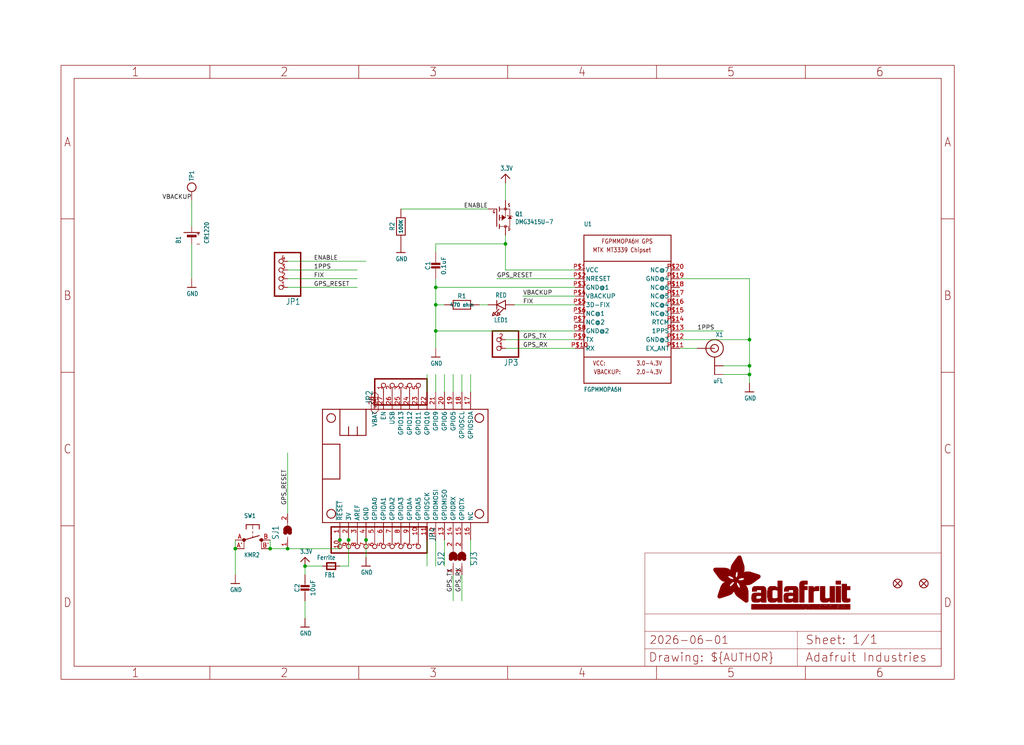
<source format=kicad_sch>
(kicad_sch (version 20230121) (generator eeschema)
  (paper "User" 298.45 217.322)
  (lib_symbols
    (symbol "working-eagle-import:3.3V" (power)
      (property "Value" "3.3V" (at -1.524 1.016 0))
      (symbol "3.3V_1_0"
        (pin power_in line (at 0 -2.54 90) (length 2.54) (name "3.3V") (number "1"))
      )
    )
    (symbol "working-eagle-import:ANTENNA_U.FL"
      (property "Reference" "X" (at -2.54 3.302 0))
      (symbol "ANTENNA_U.FL_1_0"
        (pin passive line (at -2.54 -5.08 0) (length 2.54) (name "GND@0") (number "1"))
        (pin passive line (at -2.54 -7.62 0) (length 2.54) (name "GND@1") (number "2"))
        (pin passive line (at 5.08 0 180) (length 5.08) (name "SIGNAL") (number "3"))
      )
    )
    (symbol "working-eagle-import:BATTERYCR1220_2"
      (property "Reference" "B" (at -2.54 3.175 0))
      (symbol "BATTERYCR1220_2_1_0"
        (text "+" (at 1.27 -1.143 900) (effects (font (size 1.27 1.0795)) (justify right top)))
        (text "-" (at -1.778 -1.143 900) (effects (font (size 1.27 1.0795)) (justify right top)))
        (pin passive line (at 2.54 0 180) (length 0) (name "+") (number "+"))
        (pin passive line (at -2.54 0 0) (length 0) (name "-") (number "-"))
      )
    )
    (symbol "working-eagle-import:CAP_CERAMIC0805-NOOUTLINE"
      (property "Reference" "C" (at -2.29 1.25 90))
      (symbol "CAP_CERAMIC0805-NOOUTLINE_1_0"
        (pin passive line (at 0 5.08 270) (length 2.54) (name "1") (number "1"))
        (pin passive line (at 0 -2.54 90) (length 2.54) (name "2") (number "2"))
      )
    )
    (symbol "working-eagle-import:FEATHERWING"
      (symbol "FEATHERWING_1_0"
        (pin input line (at 5.08 -5.08 90) (length 5.08) (name "~{RESET}") (number "1"))
        (pin bidirectional line (at 27.94 -5.08 90) (length 5.08) (name "GPIOA5") (number "10"))
        (pin bidirectional line (at 30.48 -5.08 90) (length 5.08) (name "GPIOSCK") (number "11"))
        (pin bidirectional line (at 33.02 -5.08 90) (length 5.08) (name "GPIOMOSI") (number "12"))
        (pin bidirectional line (at 35.56 -5.08 90) (length 5.08) (name "GPIOMISO") (number "13"))
        (pin bidirectional line (at 38.1 -5.08 90) (length 5.08) (name "GPIORX") (number "14"))
        (pin bidirectional line (at 40.64 -5.08 90) (length 5.08) (name "GPIOTX") (number "15"))
        (pin passive line (at 43.18 -5.08 90) (length 5.08) (name "NC") (number "16"))
        (pin bidirectional line (at 43.18 38.1 270) (length 5.08) (name "GPIOSDA") (number "17"))
        (pin bidirectional line (at 40.64 38.1 270) (length 5.08) (name "GPIOSCL") (number "18"))
        (pin bidirectional line (at 38.1 38.1 270) (length 5.08) (name "GPIO5") (number "19"))
        (pin power_in line (at 7.62 -5.08 90) (length 5.08) (name "3V") (number "2"))
        (pin bidirectional line (at 35.56 38.1 270) (length 5.08) (name "GPIO6") (number "20"))
        (pin bidirectional line (at 33.02 38.1 270) (length 5.08) (name "GPIO9") (number "21"))
        (pin bidirectional line (at 30.48 38.1 270) (length 5.08) (name "GPIO10") (number "22"))
        (pin bidirectional line (at 27.94 38.1 270) (length 5.08) (name "GPIO11") (number "23"))
        (pin bidirectional line (at 25.4 38.1 270) (length 5.08) (name "GPIO12") (number "24"))
        (pin bidirectional line (at 22.86 38.1 270) (length 5.08) (name "GPIO13") (number "25"))
        (pin power_in line (at 20.32 38.1 270) (length 5.08) (name "USB") (number "26"))
        (pin passive line (at 17.78 38.1 270) (length 5.08) (name "EN") (number "27"))
        (pin power_in line (at 15.24 38.1 270) (length 5.08) (name "VBAT") (number "28"))
        (pin passive line (at 10.16 -5.08 90) (length 5.08) (name "AREF") (number "3"))
        (pin power_in line (at 12.7 -5.08 90) (length 5.08) (name "GND") (number "4"))
        (pin bidirectional line (at 15.24 -5.08 90) (length 5.08) (name "GPIOA0") (number "5"))
        (pin bidirectional line (at 17.78 -5.08 90) (length 5.08) (name "GPIOA1") (number "6"))
        (pin bidirectional line (at 20.32 -5.08 90) (length 5.08) (name "GPIOA2") (number "7"))
        (pin bidirectional line (at 22.86 -5.08 90) (length 5.08) (name "GPIOA3") (number "8"))
        (pin bidirectional line (at 25.4 -5.08 90) (length 5.08) (name "GPIOA4") (number "9"))
      )
    )
    (symbol "working-eagle-import:FERRITE-0805NO"
      (property "Reference" "FB" (at -1.27 1.905 0))
      (symbol "FERRITE-0805NO_1_0"
        (pin passive line (at -2.54 0 0) (length 2.54) (name "P$1") (number "1"))
        (pin passive line (at 2.54 0 180) (length 2.54) (name "P$2") (number "2"))
      )
    )
    (symbol "working-eagle-import:FIDUCIAL{dblquote}{dblquote}")
    (symbol "working-eagle-import:FRAME_A4_ADAFRUIT"
      (symbol "FRAME_A4_ADAFRUIT_1_0"
        (text "${#}/${##}" (at 230.505 10.16 0) (effects (font (size 2.54 2.54)) (justify left bottom)))
        (text "${AUTHOR}" (at 189.23 5.08 0) (effects (font (size 2.286 2.286)) (justify left bottom)))
        (text "${CURRENT_DATE}" (at 171.45 10.16 0) (effects (font (size 2.286 2.286)) (justify left bottom)))
        (text "${PROJECTNAME}" (at 171.45 15.24 0) (effects (font (size 2.54 2.54)) (justify left bottom)))
        (text "1" (at 21.6958 1.905 0) (effects (font (size 2.54 2.286))))
        (text "1" (at 21.6958 177.165 0) (effects (font (size 2.54 2.286))))
        (text "2" (at 65.0875 1.905 0) (effects (font (size 2.54 2.286))))
        (text "2" (at 65.0875 177.165 0) (effects (font (size 2.54 2.286))))
        (text "3" (at 108.4792 1.905 0) (effects (font (size 2.54 2.286))))
        (text "3" (at 108.4792 177.165 0) (effects (font (size 2.54 2.286))))
        (text "4" (at 151.8708 1.905 0) (effects (font (size 2.54 2.286))))
        (text "4" (at 151.8708 177.165 0) (effects (font (size 2.54 2.286))))
        (text "5" (at 195.2625 1.905 0) (effects (font (size 2.54 2.286))))
        (text "5" (at 195.2625 177.165 0) (effects (font (size 2.54 2.286))))
        (text "6" (at 238.6542 1.905 0) (effects (font (size 2.54 2.286))))
        (text "6" (at 238.6542 177.165 0) (effects (font (size 2.54 2.286))))
        (text "A" (at 1.905 156.6863 0) (effects (font (size 2.54 2.286))))
        (text "A" (at 258.445 156.6863 0) (effects (font (size 2.54 2.286))))
        (text "Adafruit Industries" (at 216.916 4.953 0) (effects (font (size 2.54 2.54)) (justify left bottom)))
        (text "B" (at 1.905 111.9188 0) (effects (font (size 2.54 2.286))))
        (text "B" (at 258.445 111.9188 0) (effects (font (size 2.54 2.286))))
        (text "C" (at 1.905 67.1513 0) (effects (font (size 2.54 2.286))))
        (text "C" (at 258.445 67.1513 0) (effects (font (size 2.54 2.286))))
        (text "D" (at 1.905 22.3838 0) (effects (font (size 2.54 2.286))))
        (text "D" (at 258.445 22.3838 0) (effects (font (size 2.54 2.286))))
        (text "Drawing:" (at 171.196 4.953 0) (effects (font (size 2.54 2.54)) (justify left bottom)))
        (text "Sheet:" (at 216.916 10.033 0) (effects (font (size 2.54 2.54)) (justify left bottom)))
      )
    )
    (symbol "working-eagle-import:GND" (power)
      (property "Value" "GND" (at -1.524 -2.54 0))
      (symbol "GND_1_0"
        (pin power_in line (at 0 2.54 270) (length 2.54) (name "GND") (number "1"))
      )
    )
    (symbol "working-eagle-import:GPS_FGPMMOPA6H"
      (property "Reference" "U" (at -12.7 22.86 0))
      (symbol "GPS_FGPMMOPA6H_1_0"
        (text "2.0-4.3V" (at 2.54 -20.32 0) (effects (font (size 1.27 1.0795)) (justify left bottom)))
        (text "3.0-4.3V" (at 2.54 -17.78 0) (effects (font (size 1.27 1.0795)) (justify left bottom)))
        (text "FGPMMOPA6H GPS" (at -7.62 17.78 0) (effects (font (size 1.27 1.0795)) (justify left bottom)))
        (text "MTK MT3339 Chipset" (at -10.16 15.24 0) (effects (font (size 1.27 1.0795)) (justify left bottom)))
        (text "VBACKUP:" (at -9.906 -20.32 0) (effects (font (size 1.27 1.0795)) (justify left bottom)))
        (text "VCC:" (at -10.16 -17.78 0) (effects (font (size 1.27 1.0795)) (justify left bottom)))
        (pin bidirectional line (at -15.24 10.16 0) (length 2.54) (name "VCC") (number "P$1"))
        (pin bidirectional line (at -15.24 -12.7 0) (length 2.54) (name "RX") (number "P$10"))
        (pin bidirectional line (at 15.24 -12.7 180) (length 2.54) (name "EX_ANT") (number "P$11"))
        (pin bidirectional line (at 15.24 -10.16 180) (length 2.54) (name "GND@3") (number "P$12"))
        (pin bidirectional line (at 15.24 -7.62 180) (length 2.54) (name "1PPS") (number "P$13"))
        (pin bidirectional line (at 15.24 -5.08 180) (length 2.54) (name "RTCM") (number "P$14"))
        (pin bidirectional line (at 15.24 -2.54 180) (length 2.54) (name "NC@3") (number "P$15"))
        (pin bidirectional line (at 15.24 0 180) (length 2.54) (name "NC@4") (number "P$16"))
        (pin bidirectional line (at 15.24 2.54 180) (length 2.54) (name "NC@5") (number "P$17"))
        (pin bidirectional line (at 15.24 5.08 180) (length 2.54) (name "NC@6") (number "P$18"))
        (pin bidirectional line (at 15.24 7.62 180) (length 2.54) (name "GND@4") (number "P$19"))
        (pin bidirectional line (at -15.24 7.62 0) (length 2.54) (name "NRESET") (number "P$2"))
        (pin bidirectional line (at 15.24 10.16 180) (length 2.54) (name "NC@7") (number "P$20"))
        (pin bidirectional line (at -15.24 5.08 0) (length 2.54) (name "GND@1") (number "P$3"))
        (pin bidirectional line (at -15.24 2.54 0) (length 2.54) (name "VBACKUP") (number "P$4"))
        (pin bidirectional line (at -15.24 0 0) (length 2.54) (name "3D-FIX") (number "P$5"))
        (pin bidirectional line (at -15.24 -2.54 0) (length 2.54) (name "NC@1") (number "P$6"))
        (pin bidirectional line (at -15.24 -5.08 0) (length 2.54) (name "NC@2") (number "P$7"))
        (pin bidirectional line (at -15.24 -7.62 0) (length 2.54) (name "GND@2") (number "P$8"))
        (pin bidirectional line (at -15.24 -10.16 0) (length 2.54) (name "TX") (number "P$9"))
      )
    )
    (symbol "working-eagle-import:HEADER-1X10ROUND"
      (property "Reference" "JP" (at -6.35 13.335 0))
      (symbol "HEADER-1X10ROUND_1_0"
        (pin passive inverted (at -2.54 10.16 0) (length 2.54) (name "1") (number "1"))
        (pin passive inverted (at -2.54 -12.7 0) (length 2.54) (name "10") (number "10"))
        (pin passive inverted (at -2.54 7.62 0) (length 2.54) (name "2") (number "2"))
        (pin passive inverted (at -2.54 5.08 0) (length 2.54) (name "3") (number "3"))
        (pin passive inverted (at -2.54 2.54 0) (length 2.54) (name "4") (number "4"))
        (pin passive inverted (at -2.54 0 0) (length 2.54) (name "5") (number "5"))
        (pin passive inverted (at -2.54 -2.54 0) (length 2.54) (name "6") (number "6"))
        (pin passive inverted (at -2.54 -5.08 0) (length 2.54) (name "7") (number "7"))
        (pin passive inverted (at -2.54 -7.62 0) (length 2.54) (name "8") (number "8"))
        (pin passive inverted (at -2.54 -10.16 0) (length 2.54) (name "9") (number "9"))
      )
    )
    (symbol "working-eagle-import:HEADER-1X2ROUND"
      (property "Reference" "JP" (at -6.35 5.715 0))
      (symbol "HEADER-1X2ROUND_1_0"
        (pin passive inverted (at -2.54 2.54 0) (length 2.54) (name "1") (number "1"))
        (pin passive inverted (at -2.54 0 0) (length 2.54) (name "2") (number "2"))
      )
    )
    (symbol "working-eagle-import:HEADER-1X4ROUND"
      (property "Reference" "JP" (at -6.35 8.255 0))
      (symbol "HEADER-1X4ROUND_1_0"
        (pin passive inverted (at -2.54 5.08 0) (length 2.54) (name "1") (number "1"))
        (pin passive inverted (at -2.54 2.54 0) (length 2.54) (name "2") (number "2"))
        (pin passive inverted (at -2.54 0 0) (length 2.54) (name "3") (number "3"))
        (pin passive inverted (at -2.54 -2.54 0) (length 2.54) (name "4") (number "4"))
      )
    )
    (symbol "working-eagle-import:HEADER-1X570MIL"
      (property "Reference" "JP" (at -6.35 8.255 0))
      (symbol "HEADER-1X570MIL_1_0"
        (pin passive inverted (at -2.54 5.08 0) (length 2.54) (name "1") (number "1"))
        (pin passive inverted (at -2.54 2.54 0) (length 2.54) (name "2") (number "2"))
        (pin passive inverted (at -2.54 0 0) (length 2.54) (name "3") (number "3"))
        (pin passive inverted (at -2.54 -2.54 0) (length 2.54) (name "4") (number "4"))
        (pin passive inverted (at -2.54 -5.08 0) (length 2.54) (name "5") (number "5"))
      )
    )
    (symbol "working-eagle-import:LED0805_NOOUTLINE"
      (property "Reference" "D" (at -1.27 4.445 0))
      (symbol "LED0805_NOOUTLINE_1_0"
        (pin passive line (at -5.08 0 0) (length 2.54) (name "A") (number "A"))
        (pin passive line (at 2.54 0 180) (length 2.54) (name "C") (number "C"))
      )
    )
    (symbol "working-eagle-import:MOSFET-PWIDE"
      (property "Reference" "Q" (at 2.794 0.381 0))
      (symbol "MOSFET-PWIDE_1_0"
        (text "D" (at 0.635 -3.81 0) (effects (font (size 0.8128 0.6908)) (justify left bottom)))
        (text "G" (at -3.81 1.27 0) (effects (font (size 0.8128 0.6908)) (justify left bottom)))
        (text "S" (at 0.635 3.175 0) (effects (font (size 0.8128 0.6908)) (justify left bottom)))
        (pin passive line (at -5.08 2.54 0) (length 2.54) (name "G") (number "1"))
        (pin passive line (at 0 5.08 270) (length 2.54) (name "S") (number "2"))
        (pin passive line (at 0 -5.08 90) (length 2.54) (name "D") (number "3"))
      )
    )
    (symbol "working-eagle-import:RESISTOR0805_NOOUTLINE"
      (property "Reference" "R" (at 0 2.54 0))
      (symbol "RESISTOR0805_NOOUTLINE_1_0"
        (pin passive line (at -5.08 0 0) (length 2.54) (name "1") (number "1"))
        (pin passive line (at 5.08 0 180) (length 2.54) (name "2") (number "2"))
      )
    )
    (symbol "working-eagle-import:SOLDERJUMPER"
      (property "Reference" "SJ" (at -2.54 2.54 0))
      (symbol "SOLDERJUMPER_1_0"
        (pin passive line (at -5.08 0 0) (length 2.54) (name "1") (number "1"))
        (pin passive line (at 5.08 0 180) (length 2.54) (name "2") (number "2"))
      )
    )
    (symbol "working-eagle-import:SOLDERJUMPERCLOSED"
      (property "Reference" "SJ" (at -2.54 2.54 0))
      (symbol "SOLDERJUMPERCLOSED_1_0"
        (pin passive line (at -5.08 0 0) (length 2.54) (name "1") (number "1"))
        (pin passive line (at 5.08 0 180) (length 2.54) (name "2") (number "2"))
      )
    )
    (symbol "working-eagle-import:SWITCH_TACT_SMT4.6X2.8"
      (property "Reference" "SW" (at -2.54 6.35 0))
      (symbol "SWITCH_TACT_SMT4.6X2.8_1_0"
        (pin passive line (at -5.08 0 0) (length 2.54) (name "P") (number "A"))
        (pin passive line (at -5.08 -2.54 0) (length 2.54) (name "P1") (number "A'"))
        (pin passive line (at 5.08 0 180) (length 2.54) (name "S") (number "B"))
        (pin passive line (at 5.08 -2.54 180) (length 2.54) (name "S1") (number "B'"))
      )
    )
    (symbol "working-eagle-import:TESTPOINTROUND1.5MM"
      (property "Reference" "TP" (at 0 5.588 90))
      (symbol "TESTPOINTROUND1.5MM_1_0"
        (pin bidirectional line (at 0 0 90) (length 2.54) (name "P$1") (number "P$1"))
      )
    )
  )
  (junction (at 78.74 160.02))
  (junction (at 218.44 106.68))
  (junction (at 101.6 157.48))
  (junction (at 127 83.82))
  (junction (at 99.06 157.48))
  (junction (at 88.9 165.1))
  (junction (at 127 96.52))
  (junction (at 127 88.9))
  (junction (at 83.82 160.02))
  (junction (at 147.32 71.12))
  (junction (at 218.44 99.06))
  (junction (at 68.58 160.02))
  (junction (at 218.44 109.22))
  (junction (at 106.68 157.48))
  (wire (pts (xy 210.82 106.68) (xy 218.44 106.68)) (stroke (width 0.1524)))
  (wire (pts (xy 88.9 175.26) (xy 88.9 180.34)) (stroke (width 0.1524)))
  (wire (pts (xy 147.32 68.58) (xy 147.32 71.12)) (stroke (width 0.1524)))
  (wire (pts (xy 142.24 88.9) (xy 139.7 88.9)) (stroke (width 0.1524)))
  (wire (pts (xy 124.46 109.22) (xy 124.46 114.3)) (stroke (width 0.1524)))
  (wire (pts (xy 83.82 78.74) (xy 104.14 78.74)) (stroke (width 0.1524)))
  (wire (pts (xy 78.74 160.02) (xy 83.82 160.02)) (stroke (width 0.1524)))
  (wire (pts (xy 167.64 96.52) (xy 127 96.52)) (stroke (width 0.1524)))
  (wire (pts (xy 167.64 81.28) (xy 144.78 81.28)) (stroke (width 0.1524)))
  (wire (pts (xy 78.74 157.48) (xy 78.74 160.02)) (stroke (width 0.1524)))
  (wire (pts (xy 129.54 88.9) (xy 127 88.9)) (stroke (width 0.1524)))
  (wire (pts (xy 83.82 76.2) (xy 106.68 76.2)) (stroke (width 0.1524)))
  (wire (pts (xy 167.64 99.06) (xy 147.32 99.06)) (stroke (width 0.1524)))
  (wire (pts (xy 142.24 60.96) (xy 116.84 60.96)) (stroke (width 0.1524)))
  (wire (pts (xy 198.12 99.06) (xy 218.44 99.06)) (stroke (width 0.1524)))
  (wire (pts (xy 218.44 106.68) (xy 218.44 109.22)) (stroke (width 0.1524)))
  (wire (pts (xy 198.12 96.52) (xy 210.82 96.52)) (stroke (width 0.1524)))
  (wire (pts (xy 106.68 162.56) (xy 106.68 157.48)) (stroke (width 0.1524)))
  (wire (pts (xy 83.82 81.28) (xy 104.14 81.28)) (stroke (width 0.1524)))
  (wire (pts (xy 127 81.28) (xy 127 83.82)) (stroke (width 0.1524)))
  (wire (pts (xy 167.64 86.36) (xy 152.4 86.36)) (stroke (width 0.1524)))
  (wire (pts (xy 124.46 157.48) (xy 124.46 165.1)) (stroke (width 0.1524)))
  (wire (pts (xy 167.64 78.74) (xy 147.32 78.74)) (stroke (width 0.1524)))
  (wire (pts (xy 218.44 109.22) (xy 218.44 111.76)) (stroke (width 0.1524)))
  (wire (pts (xy 129.54 109.22) (xy 129.54 114.3)) (stroke (width 0.1524)))
  (wire (pts (xy 218.44 99.06) (xy 218.44 106.68)) (stroke (width 0.1524)))
  (wire (pts (xy 104.14 83.82) (xy 83.82 83.82)) (stroke (width 0.1524)))
  (wire (pts (xy 127 73.66) (xy 127 71.12)) (stroke (width 0.1524)))
  (wire (pts (xy 132.08 167.64) (xy 132.08 175.26)) (stroke (width 0.1524)))
  (wire (pts (xy 127 88.9) (xy 127 96.52)) (stroke (width 0.1524)))
  (wire (pts (xy 127 157.48) (xy 127 165.1)) (stroke (width 0.1524)))
  (wire (pts (xy 129.54 157.48) (xy 129.54 165.1)) (stroke (width 0.1524)))
  (wire (pts (xy 101.6 165.1) (xy 99.06 165.1)) (stroke (width 0.1524)))
  (wire (pts (xy 218.44 81.28) (xy 218.44 99.06)) (stroke (width 0.1524)))
  (wire (pts (xy 83.82 149.86) (xy 83.82 132.08)) (stroke (width 0.1524)))
  (wire (pts (xy 147.32 71.12) (xy 147.32 78.74)) (stroke (width 0.1524)))
  (wire (pts (xy 55.88 66.04) (xy 55.88 58.42)) (stroke (width 0.1524)))
  (wire (pts (xy 93.98 165.1) (xy 88.9 165.1)) (stroke (width 0.1524)))
  (wire (pts (xy 101.6 157.48) (xy 101.6 165.1)) (stroke (width 0.1524)))
  (wire (pts (xy 68.58 157.48) (xy 68.58 160.02)) (stroke (width 0.1524)))
  (wire (pts (xy 127 83.82) (xy 127 88.9)) (stroke (width 0.1524)))
  (wire (pts (xy 127 96.52) (xy 127 101.6)) (stroke (width 0.1524)))
  (wire (pts (xy 132.08 109.22) (xy 132.08 114.3)) (stroke (width 0.1524)))
  (wire (pts (xy 210.82 109.22) (xy 218.44 109.22)) (stroke (width 0.1524)))
  (wire (pts (xy 167.64 83.82) (xy 127 83.82)) (stroke (width 0.1524)))
  (wire (pts (xy 147.32 53.34) (xy 147.32 58.42)) (stroke (width 0.1524)))
  (wire (pts (xy 134.62 109.22) (xy 134.62 114.3)) (stroke (width 0.1524)))
  (wire (pts (xy 127 71.12) (xy 147.32 71.12)) (stroke (width 0.1524)))
  (wire (pts (xy 137.16 109.22) (xy 137.16 114.3)) (stroke (width 0.1524)))
  (wire (pts (xy 68.58 160.02) (xy 68.58 167.64)) (stroke (width 0.1524)))
  (wire (pts (xy 167.64 101.6) (xy 147.32 101.6)) (stroke (width 0.1524)))
  (wire (pts (xy 134.62 167.64) (xy 134.62 175.26)) (stroke (width 0.1524)))
  (wire (pts (xy 198.12 101.6) (xy 203.2 101.6)) (stroke (width 0.1524)))
  (wire (pts (xy 83.82 160.02) (xy 99.06 160.02)) (stroke (width 0.1524)))
  (wire (pts (xy 167.64 88.9) (xy 149.86 88.9)) (stroke (width 0.1524)))
  (wire (pts (xy 137.16 157.48) (xy 137.16 165.1)) (stroke (width 0.1524)))
  (wire (pts (xy 99.06 160.02) (xy 99.06 157.48)) (stroke (width 0.1524)))
  (wire (pts (xy 88.9 165.1) (xy 88.9 167.64)) (stroke (width 0.1524)))
  (wire (pts (xy 55.88 71.12) (xy 55.88 81.28)) (stroke (width 0.1524)))
  (wire (pts (xy 198.12 81.28) (xy 218.44 81.28)) (stroke (width 0.1524)))
  (wire (pts (xy 127 109.22) (xy 127 114.3)) (stroke (width 0.1524)))
  (label "1PPS" (at 91.44 78.74 0) (effects (font (size 1.2446 1.2446))))
  (label "FIX" (at 152.4 88.9 0) (effects (font (size 1.2446 1.2446))))
  (label "VBACKUP" (at 152.4 86.36 0) (effects (font (size 1.2446 1.2446))))
  (label "FIX" (at 91.44 81.28 0) (effects (font (size 1.2446 1.2446))))
  (label "1PPS" (at 203.2 96.52 0) (effects (font (size 1.2446 1.2446))))
  (label "ENABLE" (at 142.24 60.96 180) (effects (font (size 1.2446 1.2446))))
  (label "ENABLE" (at 91.44 76.2 0) (effects (font (size 1.2446 1.2446))))
  (label "VBACKUP" (at 55.88 58.42 180) (effects (font (size 1.2446 1.2446))))
  (label "GPS_TX" (at 132.08 172.72 90) (effects (font (size 1.2446 1.2446))))
  (label "GPS_RESET" (at 144.78 81.28 0) (effects (font (size 1.2446 1.2446))))
  (label "GPS_RESET" (at 83.82 147.32 90) (effects (font (size 1.2446 1.2446))))
  (label "GPS_RX" (at 134.62 172.72 90) (effects (font (size 1.2446 1.2446))))
  (label "GPS_RX" (at 152.4 101.6 0) (effects (font (size 1.2446 1.2446))))
  (label "GPS_TX" (at 152.4 99.06 0) (effects (font (size 1.2446 1.2446))))
  (label "GPS_RESET" (at 91.44 83.82 0) (effects (font (size 1.2446 1.2446))))
  (global_label "VBAT" (shape bidirectional) (at 109.22 114.3 270) (effects (font (size 1.016 1.016))) (property "Intersheetrefs" "${INTERSHEET_REFS}" (effects hide)))
  (symbol (lib_id "working-eagle-import:FERRITE-0805NO") (at 96.52 165.1 180) (unit 1)
    (property "Reference" "FB1" (at 97.79 167.005 0) (effects (font (size 1.27 1.0795)) (justify left bottom)))
    (property "Value" "Ferrite" (at 97.79 161.925 0) (effects (font (size 1.27 1.0795)) (justify left bottom)))
    (property "Footprint" "working:0805-NO" (effects hide))
  )
  (symbol (lib_id "working-eagle-import:3.3V") (at 147.32 50.8 0) (unit 1)
    (property "Reference" "#U$4" (effects hide))
    (property "Value" "3.3V" (at 145.796 49.784 0) (effects (font (size 1.27 1.0795)) (justify left bottom)))
  )
  (symbol (lib_id "working-eagle-import:SOLDERJUMPERCLOSED") (at 132.08 162.56 90) (unit 1)
    (property "Reference" "SJ2" (at 129.54 165.1 0) (effects (font (size 1.778 1.5113)) (justify left bottom)))
    (property "Value" "SOLDERJUMPERCLOSED" (effects hide))
    (property "Footprint" "working:SOLDERJUMPER_CLOSEDWIRE" (effects hide))
  )
  (symbol (lib_id "working-eagle-import:HEADER-1X570MIL") (at 116.84 111.76 90) (unit 1)
    (property "Reference" "JP2" (at 108.585 118.11 0) (effects (font (size 1.778 1.5113)) (justify left bottom)))
    (property "Value" "HEADER-1X570MIL" (effects hide))
    (property "Footprint" "working:1X05_ROUND_70" (effects hide))
  )
  (symbol (lib_id "working-eagle-import:GND") (at 55.88 83.82 0) (unit 1)
    (property "Reference" "#U$14" (effects hide))
    (property "Value" "GND" (at 54.356 86.36 0) (effects (font (size 1.27 1.0795)) (justify left bottom)))
  )
  (symbol (lib_id "working-eagle-import:FIDUCIAL{dblquote}{dblquote}") (at 269.24 170.18 0) (unit 1)
    (property "Reference" "FID1" (effects hide))
    (property "Value" "FIDUCIAL{dblquote}{dblquote}" (effects hide))
    (property "Footprint" "working:FIDUCIAL_1MM" (effects hide))
  )
  (symbol (lib_id "working-eagle-import:GND") (at 68.58 170.18 0) (unit 1)
    (property "Reference" "#U$6" (effects hide))
    (property "Value" "GND" (at 67.056 172.72 0) (effects (font (size 1.27 1.0795)) (justify left bottom)))
  )
  (symbol (lib_id "working-eagle-import:MOSFET-PWIDE") (at 147.32 63.5 0) (unit 1)
    (property "Reference" "Q1" (at 150.114 63.119 0) (effects (font (size 1.27 1.0795)) (justify left bottom)))
    (property "Value" "DMG3415U-7 " (at 150.114 65.405 0) (effects (font (size 1.27 1.0795)) (justify left bottom)))
    (property "Footprint" "working:SOT23-WIDE" (effects hide))
  )
  (symbol (lib_id "working-eagle-import:HEADER-1X10ROUND") (at 111.76 160.02 270) (unit 1)
    (property "Reference" "JP4" (at 125.095 153.67 0) (effects (font (size 1.778 1.5113)) (justify left bottom)))
    (property "Value" "HEADER-1X10ROUND" (effects hide))
    (property "Footprint" "working:1X10_ROUND" (effects hide))
  )
  (symbol (lib_id "working-eagle-import:GND") (at 127 104.14 0) (unit 1)
    (property "Reference" "#U$2" (effects hide))
    (property "Value" "GND" (at 125.476 106.68 0) (effects (font (size 1.27 1.0795)) (justify left bottom)))
  )
  (symbol (lib_id "working-eagle-import:CAP_CERAMIC0805-NOOUTLINE") (at 88.9 172.72 0) (unit 1)
    (property "Reference" "C2" (at 86.61 171.47 90))
    (property "Value" "10uF" (at 91.2 171.47 90))
    (property "Footprint" "working:0805-NO" (effects hide))
  )
  (symbol (lib_id "working-eagle-import:ANTENNA_U.FL") (at 208.28 101.6 0) (mirror y) (unit 1)
    (property "Reference" "X1" (at 210.82 98.298 0) (effects (font (size 1.27 1.0795)) (justify left bottom)))
    (property "Value" "uFL" (at 210.82 111.76 0) (effects (font (size 1.27 1.0795)) (justify left bottom)))
    (property "Footprint" "working:U.FL" (effects hide))
  )
  (symbol (lib_id "working-eagle-import:RESISTOR0805_NOOUTLINE") (at 116.84 66.04 90) (unit 1)
    (property "Reference" "R2" (at 114.3 66.04 0))
    (property "Value" "100K" (at 116.84 66.04 0) (effects (font (size 1.016 1.016) bold)))
    (property "Footprint" "working:0805-NO" (effects hide))
  )
  (symbol (lib_id "working-eagle-import:GND") (at 106.68 165.1 0) (unit 1)
    (property "Reference" "#U$8" (effects hide))
    (property "Value" "GND" (at 105.156 167.64 0) (effects (font (size 1.27 1.0795)) (justify left bottom)))
  )
  (symbol (lib_id "working-eagle-import:FEATHERWING") (at 93.98 152.4 0) (unit 1)
    (property "Reference" "MS1" (effects hide))
    (property "Value" "FEATHERWING" (effects hide))
    (property "Footprint" "working:FEATHERWING" (effects hide))
  )
  (symbol (lib_id "working-eagle-import:RESISTOR0805_NOOUTLINE") (at 134.62 88.9 0) (unit 1)
    (property "Reference" "R1" (at 134.62 86.36 0))
    (property "Value" "470 ohm" (at 134.62 88.9 0) (effects (font (size 1.016 1.016) bold)))
    (property "Footprint" "working:0805-NO" (effects hide))
  )
  (symbol (lib_id "working-eagle-import:SWITCH_TACT_SMT4.6X2.8") (at 73.66 157.48 0) (unit 1)
    (property "Reference" "SW1" (at 71.12 151.13 0) (effects (font (size 1.27 1.0795)) (justify left bottom)))
    (property "Value" "KMR2" (at 71.12 162.56 0) (effects (font (size 1.27 1.0795)) (justify left bottom)))
    (property "Footprint" "working:BTN_KMR2_4.6X2.8" (effects hide))
  )
  (symbol (lib_id "working-eagle-import:SOLDERJUMPER") (at 83.82 154.94 90) (unit 1)
    (property "Reference" "SJ1" (at 81.28 157.48 0) (effects (font (size 1.778 1.5113)) (justify left bottom)))
    (property "Value" "SOLDERJUMPER" (effects hide))
    (property "Footprint" "working:SOLDERJUMPER_ARROW_NOPASTE" (effects hide))
  )
  (symbol (lib_id "working-eagle-import:LED0805_NOOUTLINE") (at 144.78 88.9 180) (unit 1)
    (property "Reference" "LED1" (at 146.05 93.345 0) (effects (font (size 1.27 1.0795))))
    (property "Value" "RED" (at 146.05 86.106 0) (effects (font (size 1.27 1.0795))))
    (property "Footprint" "working:CHIPLED_0805_NOOUTLINE" (effects hide))
  )
  (symbol (lib_id "working-eagle-import:BATTERYCR1220_2") (at 55.88 68.58 90) (unit 1)
    (property "Reference" "B1" (at 52.705 71.12 0) (effects (font (size 1.27 1.0795)) (justify left bottom)))
    (property "Value" "CR1220" (at 60.96 71.12 0) (effects (font (size 1.27 1.0795)) (justify left bottom)))
    (property "Footprint" "working:CR1220-2" (effects hide))
  )
  (symbol (lib_id "working-eagle-import:GPS_FGPMMOPA6H") (at 182.88 88.9 0) (unit 1)
    (property "Reference" "U1" (at 170.18 66.04 0) (effects (font (size 1.27 1.0795)) (justify left bottom)))
    (property "Value" "FGPMMOPA6H" (at 170.18 114.3 0) (effects (font (size 1.27 1.0795)) (justify left bottom)))
    (property "Footprint" "working:FGPMMOPA6H" (effects hide))
  )
  (symbol (lib_id "working-eagle-import:HEADER-1X2ROUND") (at 144.78 99.06 180) (unit 1)
    (property "Reference" "JP3" (at 151.13 104.775 0) (effects (font (size 1.778 1.5113)) (justify left bottom)))
    (property "Value" "HEADER-1X2ROUND" (effects hide))
    (property "Footprint" "working:1X02_ROUND" (effects hide))
  )
  (symbol (lib_id "working-eagle-import:HEADER-1X4ROUND") (at 81.28 78.74 180) (unit 1)
    (property "Reference" "JP1" (at 87.63 86.995 0) (effects (font (size 1.778 1.5113)) (justify left bottom)))
    (property "Value" "HEADER-1X4ROUND" (effects hide))
    (property "Footprint" "working:1X04_ROUND" (effects hide))
  )
  (symbol (lib_id "working-eagle-import:FRAME_A4_ADAFRUIT") (at 17.78 198.12 0) (unit 1)
    (property "Reference" "#U$1" (effects hide))
    (property "Value" "FRAME_A4_ADAFRUIT" (effects hide))
  )
  (symbol (lib_id "working-eagle-import:GND") (at 88.9 182.88 0) (unit 1)
    (property "Reference" "#U$5" (effects hide))
    (property "Value" "GND" (at 87.376 185.42 0) (effects (font (size 1.27 1.0795)) (justify left bottom)))
  )
  (symbol (lib_id "working-eagle-import:CAP_CERAMIC0805-NOOUTLINE") (at 127 78.74 0) (unit 1)
    (property "Reference" "C1" (at 124.71 77.49 90))
    (property "Value" "0.1uF" (at 129.3 77.49 90))
    (property "Footprint" "working:0805-NO" (effects hide))
  )
  (symbol (lib_id "working-eagle-import:SOLDERJUMPERCLOSED") (at 134.62 162.56 270) (mirror x) (unit 1)
    (property "Reference" "SJ3" (at 137.16 165.1 0) (effects (font (size 1.778 1.5113)) (justify left bottom)))
    (property "Value" "SOLDERJUMPERCLOSED" (effects hide))
    (property "Footprint" "working:SOLDERJUMPER_CLOSEDWIRE" (effects hide))
  )
  (symbol (lib_id "working-eagle-import:TESTPOINTROUND1.5MM") (at 55.88 58.42 0) (unit 1)
    (property "Reference" "TP1" (at 55.88 52.832 90) (effects (font (size 1.27 1.0795)) (justify left)))
    (property "Value" "TESTPOINTROUND1.5MM" (effects hide))
    (property "Footprint" "working:TESTPOINT_ROUND_1.5MM" (effects hide))
  )
  (symbol (lib_id "working-eagle-import:3.3V") (at 88.9 162.56 0) (unit 1)
    (property "Reference" "#U$3" (effects hide))
    (property "Value" "3.3V" (at 87.376 161.544 0) (effects (font (size 1.27 1.0795)) (justify left bottom)))
  )
  (symbol (lib_id "working-eagle-import:FIDUCIAL{dblquote}{dblquote}") (at 261.62 170.18 0) (unit 1)
    (property "Reference" "FID2" (effects hide))
    (property "Value" "FIDUCIAL{dblquote}{dblquote}" (effects hide))
    (property "Footprint" "working:FIDUCIAL_1MM" (effects hide))
  )
  (symbol (lib_id "working-eagle-import:GND") (at 116.84 73.66 0) (unit 1)
    (property "Reference" "#U$7" (effects hide))
    (property "Value" "GND" (at 115.316 76.2 0) (effects (font (size 1.27 1.0795)) (justify left bottom)))
  )
  (symbol (lib_id "working-eagle-import:GND") (at 218.44 114.3 0) (unit 1)
    (property "Reference" "#U$19" (effects hide))
    (property "Value" "GND" (at 216.916 116.84 0) (effects (font (size 1.27 1.0795)) (justify left bottom)))
  )
)
</source>
